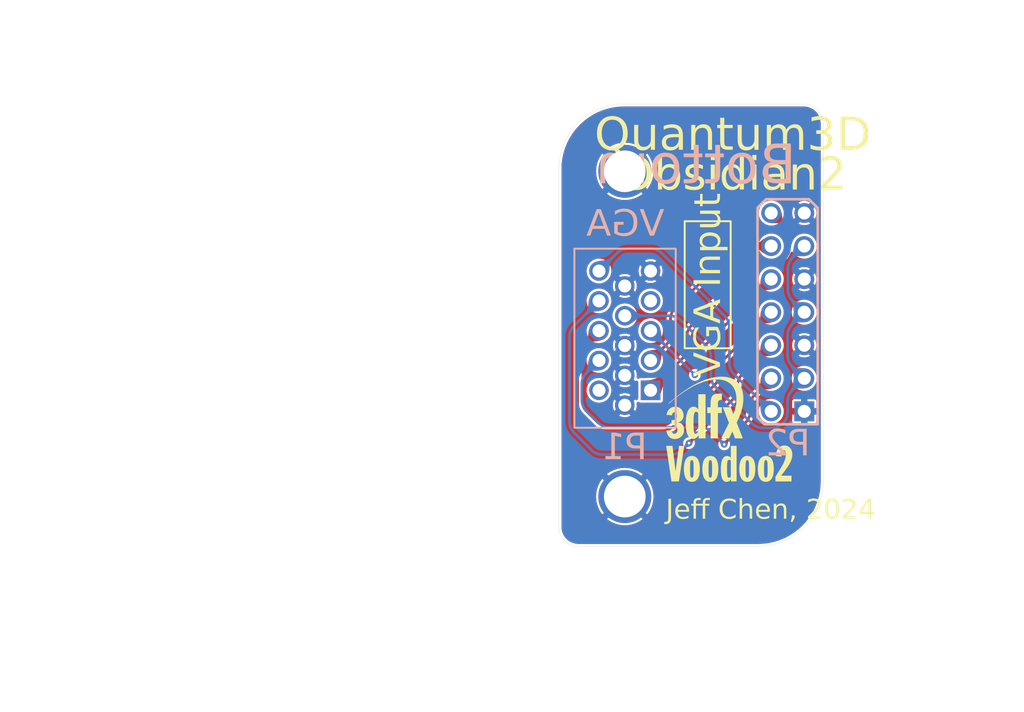
<source format=kicad_pcb>
(kicad_pcb (version 20240108) (generator "pcbnew") (generator_version "8.0")
  (title_block (title "Quantum3D Obsidian2 VGA Input PCB") (date "2024-11-07") (rev "1.0") (company "Jeff Chen"))
  (layers (0 "F.Cu" signal) (31 "B.Cu" signal) (34 "B.Paste" user) (35 "F.Paste" user) (36 "B.SilkS" user "B.Silkscreen") (37 "F.SilkS" user "F.Silkscreen") (38 "B.Mask" user) (39 "F.Mask" user) (44 "Edge.Cuts" user))
  (net 0 "")
  (net 1 "/R")
  (net 2 "/G")
  (net 3 "GND")
  (net 4 "/B")
  (net 5 "/SDA")
  (net 7 "/SCL")
  (net 9 "/VSync")
  (net 10 "/HSync")
  (net 11 "+5V")
  (footprint "Quantum3D Voodoo2:Quantum3D_VGA_IN_Female" (layer "B.Cu") (at 165.92 105.64 180)
    (property "Reference" "P2")
    (property "Value" "Quantum3D VGA Input")
  )
  (footprint "Quantum3D Voodoo2:VGA_male_rightangle_slim" (layer "B.Cu") (at 152.14 112.185 90)
    (property "Reference" "P1")
    (property "Value" "VGA_Male")
  )
  (gr_rect (start 148.27 93.14) (end 156.05 106.9) (stroke (width 0.15)) (fill none) (layer "B.SilkS"))
  (gr_poly (pts (xy 156.035725 110.207387) (xy 156.043663 110.207387) (xy 156.302954 108.289158) (xy 156.705121 108.289158) (xy 156.295017 111.022304) (xy 155.723517 111.022304) (xy 155.316059 108.289158) (xy 155.802892 108.289158)) (stroke (width -0.000001)) (fill solid) (layer "F.SilkS"))
  (gr_poly (pts (xy 159.727851 102.976577) (xy 159.838993 102.986765) (xy 159.950005 103.002581) (xy 160.060218 103.024207) (xy 160.168966 103.051822) (xy 160.275581 103.085605) (xy 160.379395 103.125737) (xy 160.430043 103.14824) (xy 160.479741 103.172397) (xy 160.528405 103.198231) (xy 160.575952 103.225765) (xy 160.622297 103.255021) (xy 160.667359 103.286022) (xy 160.711052 103.318789) (xy 160.753295 103.353346) (xy 160.794003 103.389715) (xy 160.833093 103.427918) (xy 160.870482 103.467978) (xy 160.906086 103.509917) (xy 160.939821 103.553759) (xy 160.971605 103.599524) (xy 161.001354 103.647236) (xy 161.028984 103.696918) (xy 161.063817 103.767408) (xy 161.095336 103.839403) (xy 161.148718 103.987548) (xy 161.189692 104.140629) (xy 161.218823 104.29792) (xy 161.236676 104.458697) (xy 161.243815 104.622235) (xy 161.240803 104.787809) (xy 161.228204 104.954694) (xy 161.206583 105.122165) (xy 161.176504 105.289498) (xy 161.138531 105.455968) (xy 161.093229 105.62085) (xy 161.04116 105.783419) (xy 160.982889 105.94295) (xy 160.918981 106.098719) (xy 160.85 106.25) (xy 160.147144 107.716155) (xy 159.539386 107.716155) (xy 160.049018 106.701446) (xy 160.32054 106.155065) (xy 160.483619 105.818507) (xy 160.530047 105.709219) (xy 160.571979 105.594425) (xy 160.609121 105.474941) (xy 160.641179 105.35158) (xy 160.66786 105.225159) (xy 160.68887 105.096492) (xy 160.703917 104.966393) (xy 160.712705 104.835677) (xy 160.714943 104.70516) (xy 160.710336 104.575656) (xy 160.698592 104.44798) (xy 160.679416 104.322947) (xy 160.652515 104.201372) (xy 160.617596 104.084069) (xy 160.574365 103.971853) (xy 160.522528 103.865539) (xy 160.495459 103.818348) (xy 160.466806 103.773051) (xy 160.436629 103.729625) (xy 160.404985 103.688051) (xy 160.371934 103.648305) (xy 160.337533 103.610368) (xy 160.264916 103.539833) (xy 160.187603 103.476274) (xy 160.106061 103.419519) (xy 160.020758 103.369398) (xy 159.932161 103.32574) (xy 159.840738 103.288373) (xy 159.746956 103.257127) (xy 159.651282 103.231831) (xy 159.554185 103.212314) (xy 159.456131 103.198404) (xy 159.357589 103.189931) (xy 159.259026 103.186723) (xy 159.160908 103.18861) (xy 159.033953 103.196858) (xy 158.907409 103.2101) (xy 158.781322 103.228156) (xy 158.655735 103.250848) (xy 158.406245 103.309431) (xy 158.159297 103.384422) (xy 157.915252 103.474397) (xy 157.674468 103.57793) (xy 157.437305 103.693596) (xy 157.204121 103.819971) (xy 156.975276 103.955628) (xy 156.751129 104.099143) (xy 156.532039 104.249091) (xy 156.318365 104.404046) (xy 156.110466 104.562584) (xy 155.908702 104.723278) (xy 155.525015 105.045437) (xy 155.522391 105.047556) (xy 155.519835 105.049327) (xy 155.517355 105.050763) (xy 155.514958 105.051876) (xy 155.512653 105.05268) (xy 155.510445 105.053188) (xy 155.508342 105.053413) (xy 155.506353 105.053368) (xy 155.504484 105.053065) (xy 155.502742 105.052519) (xy 155.501136 105.051741) (xy 155.499672 105.050746) (xy 155.498358 105.049545) (xy 155.497201 105.048152) (xy 155.496209 105.046581) (xy 155.495389 105.044843) (xy 155.494749 105.042953) (xy 155.494295 105.040923) (xy 155.494036 105.038766) (xy 155.493979 105.036495) (xy 155.49413 105.034123) (xy 155.494498 105.031664) (xy 155.49509 105.02913) (xy 155.495914 105.026534) (xy 155.496976 105.02389) (xy 155.498284 105.021209) (xy 155.499846 105.018507) (xy 155.501669 105.015794) (xy 155.50376 105.013085) (xy 155.506126 105.010393) (xy 155.508776 105.007729) (xy 155.511717 105.005109) (xy 155.929004 104.660214) (xy 156.37359 104.312589) (xy 156.605526 104.142232) (xy 156.843574 103.97657) (xy 157.087495 103.817393) (xy 157.337051 103.666494) (xy 157.592006 103.525666) (xy 157.85212 103.3967) (xy 158.117156 103.281388) (xy 158.386877 103.181523) (xy 158.661044 103.098896) (xy 158.939419 103.035301) (xy 159.221765 102.992528) (xy 159.364353 102.979511) (xy 159.507844 102.972371) (xy 159.617245 102.971839)) (stroke (width -0.000001)) (fill solid) (layer "F.SilkS"))
  (gr_poly (pts (xy 161.579019 109.062523) (xy 161.610572 109.064891) (xy 161.641619 109.068883) (xy 161.672125 109.074536) (xy 161.702053 109.081887) (xy 161.731368 109.090972) (xy 161.760034 109.101828) (xy 161.788015 109.114493) (xy 161.815275 109.129002) (xy 161.841778 109.145393) (xy 161.867488 109.163702) (xy 161.89237 109.183966) (xy 161.916388 109.206223) (xy 161.939505 109.230509) (xy 161.961687 109.25686) (xy 161.982897 109.285314) (xy 162.003099 109.315908) (xy 162.022258 109.348677) (xy 162.040337 109.38366) (xy 162.057301 109.420893) (xy 162.073113 109.460412) (xy 162.087739 109.502255) (xy 162.101142 109.546458) (xy 162.113287 109.593058) (xy 162.124137 109.642092) (xy 162.133656 109.693597) (xy 162.14181 109.747609) (xy 162.148561 109.804166) (xy 162.153875 109.863305) (xy 162.157714 109.925061) (xy 162.160044 109.989472) (xy 162.160829 110.056575) (xy 162.157743 110.188089) (xy 162.14867 110.308983) (xy 162.133883 110.419552) (xy 162.113659 110.520092) (xy 162.088272 110.610895) (xy 162.057998 110.692257) (xy 162.023112 110.764472) (xy 162.004026 110.797242) (xy 161.983889 110.827835) (xy 161.962737 110.856289) (xy 161.940604 110.88264) (xy 161.917525 110.906926) (xy 161.893533 110.929183) (xy 161.868663 110.949447) (xy 161.84295 110.967757) (xy 161.816428 110.984147) (xy 161.789131 110.998657) (xy 161.732351 111.022177) (xy 161.672885 111.038613) (xy 161.611008 111.048258) (xy 161.546995 111.051408) (xy 161.51474 111.050627) (xy 161.482983 111.048258) (xy 161.451761 111.044266) (xy 161.421107 111.038613) (xy 161.391055 111.031262) (xy 161.361641 111.022177) (xy 161.332898 111.011321) (xy 161.304861 110.998657) (xy 161.277564 110.984147) (xy 161.251042 110.967757) (xy 161.225328 110.949447) (xy 161.200459 110.929183) (xy 161.176467 110.906926) (xy 161.153387 110.88264) (xy 161.131254 110.856289) (xy 161.110103 110.827835) (xy 161.089966 110.797242) (xy 161.07088 110.764472) (xy 161.052877 110.729489) (xy 161.035993 110.692257) (xy 161.020263 110.652737) (xy 161.00572 110.610895) (xy 160.992398 110.566692) (xy 160.980333 110.520092) (xy 160.969558 110.471057) (xy 160.960109 110.419552) (xy 160.952018 110.36554) (xy 160.945322 110.308983) (xy 160.940054 110.249845) (xy 160.936248 110.188089) (xy 160.93394 110.123677) (xy 160.933193 110.05922) (xy 161.409412 110.05922) (xy 161.411092 110.256738) (xy 161.416399 110.412026) (xy 161.420539 110.475364) (xy 161.425737 110.529982) (xy 161.432043 110.576492) (xy 161.439509 110.615507) (xy 161.448183 110.647638) (xy 161.458118 110.673498) (xy 161.469362 110.6937) (xy 161.481966 110.708855) (xy 161.495981 110.719577) (xy 161.511458 110.726477) (xy 161.528446 110.730168) (xy 161.546995 110.731262) (xy 161.556469 110.731001) (xy 161.565545 110.730168) (xy 161.574231 110.728685) (xy 161.582533 110.726477) (xy 161.590457 110.723466) (xy 161.59801 110.719577) (xy 161.605197 110.714732) (xy 161.612025 110.708855) (xy 161.618501 110.70187) (xy 161.62463 110.6937) (xy 161.630419 110.684268) (xy 161.635874 110.673498) (xy 161.641002 110.661314) (xy 161.645808 110.647638) (xy 161.6503 110.632395) (xy 161.654483 110.615507) (xy 161.658363 110.596898) (xy 161.661948 110.576492) (xy 161.665243 110.554213) (xy 161.668255 110.529982) (xy 161.670989 110.503725) (xy 161.673453 110.475364) (xy 161.675652 110.444823) (xy 161.677593 110.412026) (xy 161.679282 110.376895) (xy 161.680725 110.339354) (xy 161.681929 110.299328) (xy 161.6829 110.256738) (xy 161.684168 110.163564) (xy 161.684579 110.05922) (xy 161.6829 109.861703) (xy 161.677593 109.706415) (xy 161.673453 109.643077) (xy 161.668255 109.588458) (xy 161.661948 109.541948) (xy 161.654483 109.502934) (xy 161.645808 109.470803) (xy 161.635874 109.444943) (xy 161.62463 109.424741) (xy 161.612025 109.409586) (xy 161.59801 109.398864) (xy 161.582533 109.391964) (xy 161.565545 109.388273) (xy 161.546995 109.387179) (xy 161.537522 109.38744) (xy 161.528446 109.388273) (xy 161.51976 109.389756) (xy 161.511458 109.391964) (xy 161.503534 109.394975) (xy 161.495981 109.398864) (xy 161.488794 109.403709) (xy 161.481966 109.409586) (xy 161.475491 109.416571) (xy 161.469362 109.424741) (xy 161.463573 109.434173) (xy 161.458118 109.444943) (xy 161.45299 109.457127) (xy 161.448183 109.470803) (xy 161.443692 109.486046) (xy 161.439509 109.502934) (xy 161.435628 109.521542) (xy 161.432043 109.541948) (xy 161.428749 109.564228) (xy 161.425737 109.588458) (xy 161.423003 109.614716) (xy 161.420539 109.643077) (xy 161.41834 109.673617) (xy 161.416399 109.706415) (xy 161.41471 109.741546) (xy 161.413267 109.779086) (xy 161.412063 109.819113) (xy 161.411092 109.861703) (xy 161.409824 109.954877) (xy 161.409412 110.05922) (xy 160.933193 110.05922) (xy 160.933163 110.056575) (xy 160.936277 109.925061) (xy 160.945431 109.804166) (xy 160.960335 109.693597) (xy 160.980705 109.593058) (xy 161.006252 109.502255) (xy 161.036691 109.420893) (xy 161.071734 109.348677) (xy 161.090893 109.315908) (xy 161.111095 109.285314) (xy 161.132305 109.25686) (xy 161.154486 109.230509) (xy 161.177604 109.206223) (xy 161.201622 109.183966) (xy 161.226504 109.163702) (xy 161.252214 109.145393) (xy 161.278717 109.129002) (xy 161.305977 109.114493) (xy 161.362623 109.090972) (xy 161.421866 109.074536) (xy 161.483419 109.064891) (xy 161.546995 109.061741)) (stroke (width -0.000001)) (fill solid) (layer "F.SilkS"))
  (gr_rect (start 156.74 91.029999) (end 160.27 100.790001) (stroke (width 0.15)) (fill none) (layer "F.SilkS"))
  (gr_poly (pts (xy 164.425533 108.260969) (xy 164.461354 108.263685) (xy 164.496079 108.268159) (xy 164.529703 108.274347) (xy 164.562221 108.282206) (xy 164.593626 108.291691) (xy 164.623915 108.30276) (xy 164.653081 108.315368) (xy 164.681119 108.329472) (xy 164.708024 108.345029) (xy 164.73379 108.361995) (xy 164.758413 108.380325) (xy 164.781886 108.399978) (xy 164.804205 108.420908) (xy 164.825365 108.443073) (xy 164.845359 108.466429) (xy 164.864182 108.490932) (xy 164.88183 108.516538) (xy 164.898297 108.543205) (xy 164.913577 108.570887) (xy 164.927665 108.599543) (xy 164.940556 108.629128) (xy 164.952245 108.659599) (xy 164.962726 108.690911) (xy 164.971994 108.723022) (xy 164.980044 108.755888) (xy 164.986869 108.789465) (xy 164.992466 108.823709) (xy 164.996828 108.858578) (xy 164.999951 108.894027) (xy 165.001828 108.930012) (xy 165.002455 108.966491) (xy 165.000852 109.022514) (xy 164.996142 109.078448) (xy 164.988474 109.134264) (xy 164.977997 109.189935) (xy 164.964858 109.245434) (xy 164.949208 109.300732) (xy 164.910967 109.410619) (xy 164.864463 109.519374) (xy 164.810885 109.626776) (xy 164.751425 109.732605) (xy 164.68727 109.83664) (xy 164.619612 109.938659) (xy 164.54964 110.038441) (xy 164.407515 110.230414) (xy 164.270412 110.410791) (xy 164.147851 110.577804) (xy 164.938955 110.577804) (xy 164.938955 111.022304) (xy 163.70335 111.022304) (xy 163.70335 110.667762) (xy 163.837957 110.446571) (xy 163.97554 110.22628) (xy 164.109651 110.008035) (xy 164.173389 109.900038) (xy 164.23384 109.792983) (xy 164.290198 109.687014) (xy 164.341657 109.582273) (xy 164.387412 109.478904) (xy 164.426655 109.37705) (xy 164.45858 109.276855) (xy 164.482383 109.178463) (xy 164.497255 109.082016) (xy 164.501091 109.034567) (xy 164.502392 108.987658) (xy 164.501761 108.930416) (xy 164.500683 108.900413) (xy 164.498836 108.870042) (xy 164.496029 108.839718) (xy 164.492067 108.809855) (xy 164.486756 108.780868) (xy 164.479902 108.753171) (xy 164.471312 108.72718) (xy 164.460792 108.703308) (xy 164.454748 108.692297) (xy 164.448149 108.681972) (xy 164.44097 108.672384) (xy 164.433187 108.663585) (xy 164.424776 108.655627) (xy 164.415714 108.648562) (xy 164.405975 108.642441) (xy 164.395535 108.637318) (xy 164.384371 108.633242) (xy 164.372458 108.630267) (xy 164.359771 108.628444) (xy 164.346287 108.627825) (xy 164.336933 108.628185) (xy 164.327727 108.62928) (xy 164.31868 108.631132) (xy 164.309799 108.633762) (xy 164.301095 108.637193) (xy 164.292576 108.641446) (xy 164.284252 108.646543) (xy 164.276132 108.652505) (xy 164.268225 108.659355) (xy 164.260541 108.667115) (xy 164.253088 108.675805) (xy 164.245875 108.685449) (xy 164.238913 108.696067) (xy 164.23221 108.707682) (xy 164.225776 108.720315) (xy 164.219619 108.733989) (xy 164.213749 108.748724) (xy 164.208174 108.764543) (xy 164.202905 108.781468) (xy 164.197951 108.79952) (xy 164.19332 108.818721) (xy 164.189022 108.839093) (xy 164.185066 108.860658) (xy 164.181461 108.883437) (xy 164.178217 108.907453) (xy 164.175342 108.932727) (xy 164.172846 108.95928) (xy 164.170738 108.987136) (xy 164.169028 109.016315) (xy 164.167724 109.04684) (xy 164.166835 109.078731) (xy 164.166372 109.112012) (xy 163.743038 109.072325) (xy 163.74555 108.991259) (xy 163.753089 108.912081) (xy 163.765659 108.835252) (xy 163.783263 108.761232) (xy 163.805906 108.690484) (xy 163.833591 108.623468) (xy 163.849325 108.591504) (xy 163.866322 108.560646) (xy 163.884581 108.530951) (xy 163.904103 108.502478) (xy 163.924889 108.475284) (xy 163.946939 108.449427) (xy 163.970253 108.424963) (xy 163.994832 108.401952) (xy 164.020676 108.38045) (xy 164.047786 108.360516) (xy 164.076163 108.342206) (xy 164.105807 108.325579) (xy 164.136718 108.310693) (xy 164.168897 108.297604) (xy 164.202344 108.28637) (xy 164.23706 108.27705) (xy 164.273045 108.269701) (xy 164.3103 108.26438) (xy 164.348825 108.261145) (xy 164.388621 108.260054)) (stroke (width -0.000001)) (fill solid) (layer "F.SilkS"))
  (gr_poly (pts (xy 157.321873 109.062523) (xy 157.353426 109.064891) (xy 157.384474 109.068883) (xy 157.414979 109.074536) (xy 157.444907 109.081887) (xy 157.474222 109.090972) (xy 157.502888 109.101828) (xy 157.530869 109.114493) (xy 157.558129 109.129002) (xy 157.584632 109.145393) (xy 157.610342 109.163702) (xy 157.635224 109.183966) (xy 157.659242 109.206223) (xy 157.68236 109.230509) (xy 157.704541 109.25686) (xy 157.725751 109.285314) (xy 157.745953 109.315908) (xy 157.765112 109.348677) (xy 157.783191 109.38366) (xy 157.800155 109.420893) (xy 157.815967 109.460412) (xy 157.830593 109.502255) (xy 157.843996 109.546458) (xy 157.856141 109.593058) (xy 157.866991 109.642092) (xy 157.87651 109.693597) (xy 157.884664 109.747609) (xy 157.891415 109.804166) (xy 157.896729 109.863305) (xy 157.900568 109.925061) (xy 157.902899 109.989472) (xy 157.903683 110.056575) (xy 157.900568 110.188089) (xy 157.891415 110.308983) (xy 157.876511 110.419552) (xy 157.856141 110.520092) (xy 157.830594 110.610895) (xy 157.800155 110.692257) (xy 157.765112 110.764472) (xy 157.745953 110.797242) (xy 157.725751 110.827835) (xy 157.704541 110.856289) (xy 157.68236 110.88264) (xy 157.659242 110.906926) (xy 157.635224 110.929183) (xy 157.610342 110.949447) (xy 157.584632 110.967757) (xy 157.558129 110.984147) (xy 157.530869 110.998657) (xy 157.474223 111.022177) (xy 157.414979 111.038613) (xy 157.353426 111.048258) (xy 157.28985 111.051408) (xy 157.257594 111.050627) (xy 157.225838 111.048258) (xy 157.194615 111.044266) (xy 157.163961 111.038613) (xy 157.13391 111.031262) (xy 157.104495 111.022177) (xy 157.075752 111.011321) (xy 157.047715 110.998657) (xy 157.020418 110.984147) (xy 156.993896 110.967757) (xy 156.968183 110.949447) (xy 156.943313 110.929183) (xy 156.919321 110.906926) (xy 156.896242 110.88264) (xy 156.874109 110.856289) (xy 156.852957 110.827835) (xy 156.83282 110.797242) (xy 156.813734 110.764472) (xy 156.795731 110.729489) (xy 156.778848 110.692257) (xy 156.763117 110.652737) (xy 156.748574 110.610895) (xy 156.735252 110.566692) (xy 156.723187 110.520092) (xy 156.712412 110.471057) (xy 156.702963 110.419552) (xy 156.694873 110.36554) (xy 156.688176 110.308983) (xy 156.682908 110.249845) (xy 156.679102 110.188089) (xy 156.676794 110.123677) (xy 156.676047 110.05922) (xy 157.152267 110.05922) (xy 157.153946 110.256738) (xy 157.159254 110.412026) (xy 157.163394 110.475364) (xy 157.168592 110.529982) (xy 157.174898 110.576492) (xy 157.182363 110.615507) (xy 157.191038 110.647638) (xy 157.200972 110.673498) (xy 157.212216 110.6937) (xy 157.224821 110.708855) (xy 157.238836 110.719577) (xy 157.254312 110.726477) (xy 157.2713 110.730168) (xy 157.28985 110.731262) (xy 157.299323 110.731001) (xy 157.3084 110.730168) (xy 157.317086 110.728685) (xy 157.325388 110.726477) (xy 157.333312 110.723466) (xy 157.340864 110.719577) (xy 157.348052 110.714732) (xy 157.35488 110.708855) (xy 157.361355 110.70187) (xy 157.367484 110.6937) (xy 157.373273 110.684268) (xy 157.378728 110.673498) (xy 157.383856 110.661314) (xy 157.388663 110.647638) (xy 157.393154 110.632395) (xy 157.397337 110.615507) (xy 157.401218 110.596898) (xy 157.404802 110.576492) (xy 157.408097 110.554213) (xy 157.411109 110.529982) (xy 157.413843 110.503725) (xy 157.416307 110.475364) (xy 157.418506 110.444823) (xy 157.420447 110.412026) (xy 157.422136 110.376895) (xy 157.423579 110.339354) (xy 157.424783 110.299328) (xy 157.425754 110.256738) (xy 157.427022 110.163564) (xy 157.427433 110.05922) (xy 157.425754 109.861703) (xy 157.420447 109.706415) (xy 157.416307 109.643077) (xy 157.411109 109.588458) (xy 157.404803 109.541948) (xy 157.397337 109.502934) (xy 157.388663 109.470803) (xy 157.378729 109.444943) (xy 157.367484 109.424741) (xy 157.35488 109.409586) (xy 157.340865 109.398864) (xy 157.325388 109.391964) (xy 157.3084 109.388273) (xy 157.28985 109.387179) (xy 157.280377 109.38744) (xy 157.2713 109.388273) (xy 157.262614 109.389756) (xy 157.254312 109.391964) (xy 157.246388 109.394975) (xy 157.238836 109.398864) (xy 157.231649 109.403709) (xy 157.224821 109.409586) (xy 157.218345 109.416571) (xy 157.212216 109.424741) (xy 157.206427 109.434173) (xy 157.200972 109.444943) (xy 157.195844 109.457127) (xy 157.191038 109.470803) (xy 157.186546 109.486046) (xy 157.182363 109.502934) (xy 157.178483 109.521542) (xy 157.174898 109.541948) (xy 157.171603 109.564228) (xy 157.168591 109.588458) (xy 157.165857 109.614716) (xy 157.163394 109.643077) (xy 157.161194 109.673617) (xy 157.159254 109.706415) (xy 157.157565 109.741546) (xy 157.156121 109.779086) (xy 157.154917 109.819113) (xy 157.153946 109.861703) (xy 157.152678 109.954877) (xy 157.152267 110.05922) (xy 156.676047 110.05922) (xy 156.676017 110.056575) (xy 156.679132 109.925061) (xy 156.688285 109.804166) (xy 156.703189 109.693597) (xy 156.723559 109.593058) (xy 156.749107 109.502255) (xy 156.779545 109.420893) (xy 156.814588 109.348677) (xy 156.833747 109.315908) (xy 156.853949 109.285314) (xy 156.875159 109.25686) (xy 156.89734 109.230509) (xy 156.920458 109.206223) (xy 156.944476 109.183966) (xy 156.969358 109.163702) (xy 156.995068 109.145393) (xy 157.021571 109.129002) (xy 157.048831 109.114493) (xy 157.105478 109.090972) (xy 157.164721 109.074536) (xy 157.226274 109.064891) (xy 157.28985 109.061741)) (stroke (width -0.000001)) (fill solid) (layer "F.SilkS"))
  (gr_poly (pts (xy 162.999832 109.062523) (xy 163.031385 109.064891) (xy 163.062432 109.068883) (xy 163.092938 109.074536) (xy 163.122866 109.081887) (xy 163.152181 109.090972) (xy 163.180847 109.101828) (xy 163.208827 109.114493) (xy 163.236087 109.129002) (xy 163.26259 109.145393) (xy 163.288301 109.163702) (xy 163.313183 109.183966) (xy 163.337201 109.206223) (xy 163.360318 109.230509) (xy 163.3825 109.25686) (xy 163.40371 109.285314) (xy 163.423912 109.315908) (xy 163.44307 109.348677) (xy 163.461149 109.38366) (xy 163.478113 109.420893) (xy 163.493926 109.460412) (xy 163.508552 109.502255) (xy 163.521955 109.546458) (xy 163.5341 109.593058) (xy 163.54495 109.642092) (xy 163.554469 109.693597) (xy 163.562623 109.747609) (xy 163.569374 109.804166) (xy 163.574688 109.863305) (xy 163.578527 109.925061) (xy 163.580857 109.989472) (xy 163.581642 110.056575) (xy 163.578527 110.188089) (xy 163.569374 110.308983) (xy 163.554469 110.419552) (xy 163.534099 110.520092) (xy 163.508552 110.610895) (xy 163.478113 110.692257) (xy 163.44307 110.764472) (xy 163.423911 110.797242) (xy 163.403709 110.827835) (xy 163.3825 110.856289) (xy 163.360318 110.88264) (xy 163.3372 110.906926) (xy 163.313183 110.929183) (xy 163.288301 110.949447) (xy 163.26259 110.967757) (xy 163.236087 110.984147) (xy 163.208827 110.998657) (xy 163.152181 111.022177) (xy 163.092938 111.038613) (xy 163.031385 111.048258) (xy 162.967808 111.051408) (xy 162.935553 111.050627) (xy 162.903796 111.048258) (xy 162.872574 111.044266) (xy 162.841919 111.038613) (xy 162.811868 111.031262) (xy 162.782453 111.022177) (xy 162.75371 111.011321) (xy 162.725673 110.998657) (xy 162.698376 110.984147) (xy 162.671854 110.967757) (xy 162.646141 110.949447) (xy 162.621271 110.929183) (xy 162.59728 110.906926) (xy 162.5742 110.88264) (xy 162.552067 110.856289) (xy 162.530915 110.827835) (xy 162.510779 110.797242) (xy 162.491692 110.764472) (xy 162.47369 110.729489) (xy 162.456806 110.692257) (xy 162.441075 110.652737) (xy 162.426532 110.610895) (xy 162.41321 110.566692) (xy 162.401145 110.520092) (xy 162.39037 110.471057) (xy 162.380921 110.419552) (xy 162.372831 110.36554) (xy 162.366134 110.308983) (xy 162.360866 110.249845) (xy 162.357061 110.188089) (xy 162.354752 110.123677) (xy 162.354005 110.05922) (xy 162.830225 110.05922) (xy 162.831905 110.256738) (xy 162.837212 110.412026) (xy 162.841352 110.475364) (xy 162.84655 110.529982) (xy 162.852856 110.576492) (xy 162.860321 110.615507) (xy 162.868996 110.647638) (xy 162.87893 110.673498) (xy 162.890174 110.6937) (xy 162.902779 110.708855) (xy 162.916794 110.719577) (xy 162.93227 110.726477) (xy 162.949258 110.730168) (xy 162.967808 110.731262) (xy 162.977282 110.731001) (xy 162.986358 110.730168) (xy 162.995045 110.728685) (xy 163.003347 110.726477) (xy 163.011271 110.723466) (xy 163.018823 110.719577) (xy 163.02601 110.714732) (xy 163.032839 110.708855) (xy 163.039314 110.70187) (xy 163.045443 110.6937) (xy 163.051232 110.684268) (xy 163.056687 110.673498) (xy 163.061815 110.661314) (xy 163.066621 110.647638) (xy 163.071113 110.632395) (xy 163.075296 110.615507) (xy 163.079177 110.596898) (xy 163.082761 110.576492) (xy 163.086056 110.554213) (xy 163.089068 110.529982) (xy 163.091802 110.503725) (xy 163.094266 110.475364) (xy 163.096465 110.444823) (xy 163.098406 110.412026) (xy 163.100095 110.376895) (xy 163.101538 110.339354) (xy 163.102742 110.299328) (xy 163.103713 110.256738) (xy 163.104981 110.163564) (xy 163.105392 110.05922) (xy 163.103713 109.861703) (xy 163.098405 109.706415) (xy 163.094265 109.643077) (xy 163.089067 109.588458) (xy 163.082761 109.541948) (xy 163.075295 109.502934) (xy 163.066621 109.470803) (xy 163.056687 109.444943) (xy 163.045443 109.424741) (xy 163.032838 109.409586) (xy 163.018823 109.398864) (xy 163.003346 109.391964) (xy 162.986358 109.388273) (xy 162.967808 109.387179) (xy 162.958335 109.38744) (xy 162.949259 109.388273) (xy 162.940572 109.389756) (xy 162.932271 109.391964) (xy 162.924347 109.394975) (xy 162.916794 109.398864) (xy 162.909607 109.403709) (xy 162.902779 109.409586) (xy 162.896303 109.416571) (xy 162.890174 109.424741) (xy 162.884385 109.434173) (xy 162.87893 109.444943) (xy 162.873803 109.457127) (xy 162.868996 109.470803) (xy 162.864504 109.486046) (xy 162.860322 109.502934) (xy 162.856441 109.521542) (xy 162.852856 109.541948) (xy 162.849561 109.564228) (xy 162.84655 109.588458) (xy 162.843815 109.614716) (xy 162.841352 109.643077) (xy 162.839153 109.673617) (xy 162.837212 109.706415) (xy 162.835523 109.741546) (xy 162.83408 109.779086) (xy 162.832876 109.819113) (xy 162.831905 109.861703) (xy 162.830637 109.954877) (xy 162.830225 110.05922) (xy 162.354005 110.05922) (xy 162.353975 110.056575) (xy 162.35709 109.925061) (xy 162.366243 109.804166) (xy 162.381148 109.693597) (xy 162.401517 109.593058) (xy 162.427065 109.502255) (xy 162.457503 109.420893) (xy 162.492547 109.348677) (xy 162.511705 109.315908) (xy 162.531907 109.285314) (xy 162.553117 109.25686) (xy 162.575299 109.230509) (xy 162.598416 109.206223) (xy 162.622434 109.183966) (xy 162.647316 109.163702) (xy 162.673027 109.145393) (xy 162.69953 109.129002) (xy 162.72679 109.114493) (xy 162.783436 109.090972) (xy 162.842679 109.074536) (xy 162.904232 109.064891) (xy 162.967808 109.061741)) (stroke (width -0.000001)) (fill solid) (layer "F.SilkS"))
  (gr_poly (pts (xy 158.74004 109.062523) (xy 158.771593 109.064891) (xy 158.80264 109.068883) (xy 158.833146 109.074536) (xy 158.863074 109.081887) (xy 158.892389 109.090972) (xy 158.921055 109.101828) (xy 158.949036 109.114493) (xy 158.976296 109.129002) (xy 159.002799 109.145393) (xy 159.028509 109.163702) (xy 159.053391 109.183966) (xy 159.077409 109.206223) (xy 159.100526 109.230509) (xy 159.122708 109.25686) (xy 159.143918 109.285314) (xy 159.16412 109.315908) (xy 159.183278 109.348677) (xy 159.201358 109.38366) (xy 159.218322 109.420893) (xy 159.234134 109.460412) (xy 159.24876 109.502255) (xy 159.262163 109.546458) (xy 159.274308 109.593058) (xy 159.285158 109.642092) (xy 159.294677 109.693597) (xy 159.302831 109.747609) (xy 159.309582 109.804166) (xy 159.314896 109.863305) (xy 159.318735 109.925061) (xy 159.321065 109.989472) (xy 159.32185 110.056575) (xy 159.318764 110.188089) (xy 159.309691 110.308983) (xy 159.294904 110.419552) (xy 159.27468 110.520092) (xy 159.249293 110.610895) (xy 159.219019 110.692257) (xy 159.184133 110.764472) (xy 159.165046 110.797242) (xy 159.14491 110.827835) (xy 159.123758 110.856289) (xy 159.101625 110.88264) (xy 159.078546 110.906926) (xy 159.054554 110.929183) (xy 159.029684 110.949447) (xy 159.003971 110.967757) (xy 158.977449 110.984147) (xy 158.950152 110.998657) (xy 158.893372 111.022177) (xy 158.833906 111.038613) (xy 158.772029 111.048258) (xy 158.708017 111.051408) (xy 158.675761 111.050627) (xy 158.644005 111.048258) (xy 158.612782 111.044266) (xy 158.582128 111.038613) (xy 158.552076 111.031262) (xy 158.522662 111.022177) (xy 158.493919 111.011321) (xy 158.465882 110.998657) (xy 158.438585 110.984147) (xy 158.412063 110.967757) (xy 158.386349 110.949447) (xy 158.36148 110.929183) (xy 158.337488 110.906926) (xy 158.314408 110.88264) (xy 158.292275 110.856289) (xy 158.271123 110.827835) (xy 158.250987 110.797242) (xy 158.2319 110.764472) (xy 158.213898 110.729489) (xy 158.197014 110.692257) (xy 158.181284 110.652737) (xy 158.16674 110.610895) (xy 158.153419 110.566692) (xy 158.141354 110.520092) (xy 158.130579 110.471057) (xy 158.121129 110.419552) (xy 158.113039 110.36554) (xy 158.106343 110.308983) (xy 158.101075 110.249845) (xy 158.097269 110.188089) (xy 158.094961 110.123677) (xy 158.094214 110.05922) (xy 158.570433 110.05922) (xy 158.572113 110.256738) (xy 158.57742 110.412026) (xy 158.58156 110.475364) (xy 158.586758 110.529982) (xy 158.593064 110.576492) (xy 158.60053 110.615507) (xy 158.609204 110.647638) (xy 158.619138 110.673498) (xy 158.630383 110.6937) (xy 158.642987 110.708855) (xy 158.657003 110.719577) (xy 158.672479 110.726477) (xy 158.689467 110.730168) (xy 158.708017 110.731262) (xy 158.71749 110.731001) (xy 158.726567 110.730168) (xy 158.735253 110.728685) (xy 158.743555 110.726477) (xy 158.751479 110.723466) (xy 158.759031 110.719577) (xy 158.766218 110.714732) (xy 158.773046 110.708855) (xy 158.779522 110.70187) (xy 158.785651 110.6937) (xy 158.79144 110.684268) (xy 158.796895 110.673498) (xy 158.802023 110.661314) (xy 158.806829 110.647638) (xy 158.811321 110.632395) (xy 158.815504 110.615507) (xy 158.819384 110.596898) (xy 158.822969 110.576492) (xy 158.826264 110.554213) (xy 158.829275 110.529982) (xy 158.83201 110.503725) (xy 158.834473 110.475364) (xy 158.836673 110.444823) (xy 158.838613 110.412026) (xy 158.840302 110.376895) (xy 158.841746 110.339354) (xy 158.84295 110.299328) (xy 158.843921 110.256738) (xy 158.845189 110.163564) (xy 158.8456 110.05922) (xy 158.843921 109.861703) (xy 158.838613 109.706415) (xy 158.834474 109.643077) (xy 158.829276 109.588458) (xy 158.822969 109.541948) (xy 158.815504 109.502934) (xy 158.806829 109.470803) (xy 158.796895 109.444943) (xy 158.785651 109.424741) (xy 158.773046 109.409586) (xy 158.759031 109.398864) (xy 158.743555 109.391964) (xy 158.726567 109.388273) (xy 158.708017 109.387179) (xy 158.698544 109.38744) (xy 158.689467 109.388273) (xy 158.680781 109.389756) (xy 158.672479 109.391964) (xy 158.664555 109.394975) (xy 158.657003 109.398864) (xy 158.649815 109.403709) (xy 158.642987 109.409586) (xy 158.636512 109.416571) (xy 158.630383 109.424741) (xy 158.624594 109.434173) (xy 158.619138 109.444943) (xy 158.614011 109.457127) (xy 158.609204 109.470803) (xy 158.604713 109.486046) (xy 158.60053 109.502934) (xy 158.596649 109.521542) (xy 158.593064 109.541948) (xy 158.58977 109.564228) (xy 158.586758 109.588458) (xy 158.584024 109.614716) (xy 158.58156 109.643077) (xy 158.579361 109.673617) (xy 158.57742 109.706415) (xy 158.575731 109.741546) (xy 158.574288 109.779086) (xy 158.573084 109.819113) (xy 158.572113 109.861703) (xy 158.570845 109.954877) (xy 158.570433 110.05922) (xy 158.094214 110.05922) (xy 158.094183 110.056575) (xy 158.097298 109.925061) (xy 158.106451 109.804166) (xy 158.121356 109.693597) (xy 158.141726 109.593058) (xy 158.167273 109.502255) (xy 158.197712 109.420893) (xy 158.232755 109.348677) (xy 158.251914 109.315908) (xy 158.272116 109.285314) (xy 158.293326 109.25686) (xy 158.315507 109.230509) (xy 158.338625 109.206223) (xy 158.362643 109.183966) (xy 158.387525 109.163702) (xy 158.413235 109.145393) (xy 158.439738 109.129002) (xy 158.466998 109.114493) (xy 158.523644 109.090972) (xy 158.582888 109.074536) (xy 158.644441 109.064891) (xy 158.708017 109.061741)) (stroke (width -0.000001)) (fill solid) (layer "F.SilkS"))
  (gr_poly (pts (xy 156.050478 105.282125) (xy 156.081764 105.284347) (xy 156.112715 105.288032) (xy 156.143287 105.293167) (xy 156.173431 105.299735) (xy 156.203101 105.307724) (xy 156.232249 105.317119) (xy 156.260829 105.327905) (xy 156.288795 105.340068) (xy 156.316098 105.353594) (xy 156.342692 105.368467) (xy 156.36853 105.384674) (xy 156.393565 105.4022) (xy 156.417751 105.42103) (xy 156.441039 105.441151) (xy 156.463385 105.462548) (xy 156.484739 105.485205) (xy 156.505056 105.50911) (xy 156.524288 105.534247) (xy 156.542389 105.560602) (xy 156.559312 105.588161) (xy 156.575009 105.616909) (xy 156.589434 105.646831) (xy 156.60254 105.677914) (xy 156.61428 105.710142) (xy 156.624607 105.743502) (xy 156.633474 105.777979) (xy 156.640834 105.813558) (xy 156.64664 105.850225) (xy 156.650845 105.887965) (xy 156.653403 105.926765) (xy 156.654266 105.96661) (xy 156.653687 105.993593) (xy 156.651972 106.019879) (xy 156.649152 106.045469) (xy 156.645261 106.070362) (xy 156.640329 106.094559) (xy 156.63439 106.11806) (xy 156.627474 106.140864) (xy 156.619615 106.162972) (xy 156.610844 106.184384) (xy 156.601194 106.205101) (xy 156.590696 106.225121) (xy 156.579383 106.244446) (xy 156.567286 106.263075) (xy 156.554439 106.281008) (xy 156.540872 106.298246) (xy 156.526618 106.314789) (xy 156.511709 106.330637) (xy 156.496177 106.345789) (xy 156.480055 106.360247) (xy 156.463374 106.374009) (xy 156.446166 106.387077) (xy 156.428464 106.39945) (xy 156.391705 106.422113) (xy 156.353353 106.441997) (xy 156.313665 106.459105) (xy 156.272898 106.473437) (xy 156.231308 106.484994) (xy 156.231308 106.491766) (xy 156.281178 106.500732) (xy 156.329028 106.512465) (xy 156.374692 106.527102) (xy 156.418005 106.544784) (xy 156.458802 106.565646) (xy 156.478205 106.577314) (xy 156.496918 106.589829) (xy 156.514919 106.603208) (xy 156.532188 106.617469) (xy 156.548704 106.632629) (xy 156.564446 106.648705) (xy 156.579395 106.665715) (xy 156.593528 106.683676) (xy 156.606826 106.702604) (xy 156.619268 106.722518) (xy 156.630834 106.743435) (xy 156.641501 106.765371) (xy 156.651251 106.788345) (xy 156.660063 106.812373) (xy 156.667915 106.837473) (xy 156.674787 106.863661) (xy 156.680658 106.890956) (xy 156.685508 106.919375) (xy 156.689317 106.948934) (xy 156.692062 106.979651) (xy 156.693725 107.011543) (xy 156.694284 107.044628) (xy 156.693202 107.08994) (xy 156.690004 107.133711) (xy 156.684763 107.175948) (xy 156.677553 107.216658) (xy 156.668445 107.255849) (xy 156.657513 107.293525) (xy 156.644829 107.329694) (xy 156.630466 107.364363) (xy 156.614498 107.397539) (xy 156.596997 107.429228) (xy 156.578035 107.459436) (xy 156.557686 107.488171) (xy 156.536022 107.515439) (xy 156.513117 107.541247) (xy 156.489043 107.565601) (xy 156.463872 107.588509) (xy 156.437679 107.609976) (xy 156.410534 107.63001) (xy 156.382513 107.648617) (xy 156.353686 107.665804) (xy 156.324127 107.681578) (xy 156.29391 107.695945) (xy 156.263106 107.708912) (xy 156.231788 107.720486) (xy 156.167904 107.73948) (xy 156.102839 107.752981) (xy 156.037177 107.761042) (xy 155.9715 107.763718) (xy 155.916811 107.761501) (xy 155.862549 107.75475) (xy 155.809047 107.743313) (xy 155.756636 107.727039) (xy 155.705649 107.705777) (xy 155.680793 107.693228) (xy 155.656417 107.679375) (xy 155.632563 107.6642) (xy 155.609273 107.647683) (xy 155.586587 107.629806) (xy 155.564547 107.610549) (xy 155.543196 107.589894) (xy 155.522574 107.567822) (xy 155.502722 107.544314) (xy 155.483683 107.519351) (xy 155.465498 107.492914) (xy 155.448208 107.464984) (xy 155.431854 107.435542) (xy 155.416479 107.40457) (xy 155.402124 107.372048) (xy 155.38883 107.337958) (xy 155.376639 107.302281) (xy 155.365592 107.264997) (xy 155.355731 107.226088) (xy 155.347098 107.185535) (xy 155.339733 107.143319) (xy 155.333678 107.099422) (xy 155.740628 107.088956) (xy 155.742915 107.114049) (xy 155.746032 107.138998) (xy 155.750112 107.163601) (xy 155.755289 107.187654) (xy 155.761697 107.210952) (xy 155.765405 107.222255) (xy 155.769471 107.233292) (xy 155.773912 107.24404) (xy 155.778745 107.254472) (xy 155.783986 107.264562) (xy 155.789652 107.274286) (xy 155.79576 107.283618) (xy 155.802327 107.292532) (xy 155.809369 107.301003) (xy 155.816903 107.309006) (xy 155.824946 107.316514) (xy 155.833515 107.323503) (xy 155.842626 107.329948) (xy 155.852296 107.335822) (xy 155.862542 107.3411) (xy 155.873381 107.345757) (xy 155.88483 107.349768) (xy 155.896904 107.353106) (xy 155.909622 107.355747) (xy 155.922999 107.357665) (xy 155.937052 107.358834) (xy 155.951799 107.35923) (xy 155.965959 107.358856) (xy 155.979626 107.357745) (xy 155.992804 107.355909) (xy 156.005495 107.35336) (xy 156.017703 107.350111) (xy 156.02943 107.346176) (xy 156.040678 107.341566) (xy 156.051451 107.336296) (xy 156.061752 107.330376) (xy 156.071583 107.323821) (xy 156.080947 107.316643) (xy 156.089846 107.308855) (xy 156.098285 107.300469) (xy 156.106264 107.291499) (xy 156.113788 107.281957) (xy 156.120859 107.271855) (xy 156.12748 107.261208) (xy 156.133653 107.250027) (xy 156.144669 107.226115) (xy 156.153928 107.200223) (xy 156.161454 107.172452) (xy 156.167269 107.142905) (xy 156.171394 107.111684) (xy 156.173853 107.078891) (xy 156.174668 107.044628) (xy 156.174241 107.017428) (xy 156.172976 106.991734) (xy 156.170893 106.967503) (xy 156.168017 106.944694) (xy 156.164368 106.923265) (xy 156.159968 106.903172) (xy 156.15484 106.884375) (xy 156.149006 106.866831) (xy 156.142488 106.850498) (xy 156.135308 106.835333) (xy 156.127487 106.821295) (xy 156.119049 106.808342) (xy 156.110015 106.796431) (xy 156.100407 106.785521) (xy 156.090247 106.775569) (xy 156.079558 106.766533) (xy 156.068362 106.75837) (xy 156.05668 106.75104) (xy 156.044534 106.744499) (xy 156.031947 106.738706) (xy 156.018942 106.733619) (xy 156.005539 106.729195) (xy 155.991761 106.725392) (xy 155.97763 106.722168) (xy 155.948397 106.71729) (xy 155.918018 106.714222) (xy 155.886668 106.712629) (xy 155.854525 106.712172) (xy 155.728315 106.712172) (xy 155.728315 106.305222) (xy 155.840365 106.305222) (xy 155.873787 106.304368) (xy 155.90587 106.301708) (xy 155.936501 106.297098) (xy 155.965567 106.290393) (xy 155.979478 106.28621) (xy 155.992955 106.281448) (xy 156.005985 106.276089) (xy 156.018554 106.270117) (xy 156.030646 106.263511) (xy 156.042249 106.256255) (xy 156.053347 106.24833) (xy 156.063928 106.239718) (xy 156.073977 106.230401) (xy 156.083479 106.220361) (xy 156.092421 106.209579) (xy 156.100789 106.198038) (xy 156.108568 106.185719) (xy 156.115745 106.172604) (xy 156.122305 106.158675) (xy 156.128234 106.143915) (xy 156.133519 106.128304) (xy 156.138145 106.111824) (xy 156.142097 106.094459) (xy 156.145363 106.076188) (xy 156.147927 106.056995) (xy 156.149776 106.036861) (xy 156.150896 106.015769) (xy 156.151273 105.993699) (xy 156.151091 105.978863) (xy 156.150546 105.964242) (xy 156.149639 105.949851) (xy 156.148371 105.935707) (xy 156.146741 105.921828) (xy 156.144752 105.90823) (xy 156.142403 105.89493) (xy 156.139696 105.881945) (xy 156.13663 105.869292) (xy 156.133208 105.856988) (xy 156.129429 105.845049) (xy 156.125294 105.833492) (xy 156.120805 105.822335) (xy 156.115961 105.811594) (xy 156.110764 105.801286) (xy 156.105214 105.791428) (xy 156.099312 105.782036) (xy 156.093059 105.773129) (xy 156.086455 105.764721) (xy 156.079501 105.756831) (xy 156.072199 105.749476) (xy 156.064547 105.742671) (xy 156.056549 105.736435) (xy 156.048203 105.730783) (xy 156.039511 105.725733) (xy 156.030474 105.721302) (xy 156.021092 105.717506) (xy 156.011366 105.714362) (xy 156.001297 105.711888) (xy 155.990886 105.7101) (xy 155.980132 105.709014) (xy 155.969038 105.708649) (xy 155.957753 105.708911) (xy 155.946845 105.709695) (xy 155.93631 105.710994) (xy 155.926142 105.712801) (xy 155.916336 105.715112) (xy 155.906887 105.71792) (xy 155.897789 105.721219) (xy 155.889038 105.725003) (xy 155.880628 105.729266) (xy 155.872554 105.734002) (xy 155.864812 105.739204) (xy 155.857395 105.744868) (xy 155.850299 105.750987) (xy 155.843519 105.757554) (xy 155.837049 105.764565) (xy 155.830884 105.772012) (xy 155.825019 105.779891) (xy 155.81945 105.788194) (xy 155.809175 105.80605) (xy 155.800018 105.825534) (xy 155.791939 105.846597) (xy 155.784894 105.869191) (xy 155.778845 105.893268) (xy 155.773749 105.918779) (xy 155.769564 105.945677) (xy 155.34045 105.903812) (xy 155.349552 105.862448) (xy 155.359796 105.822689) (xy 155.371146 105.784516) (xy 155.383567 105.74791) (xy 155.397021 105.712852) (xy 155.411473 105.679323) (xy 155.426887 105.647304) (xy 155.443226 105.616775) (xy 155.460454 105.587718) (xy 155.478535 105.560112) (xy 155.497433 105.53394) (xy 155.517112 105.509181) (xy 155.537536 105.485817) (xy 155.558667 105.463829) (xy 155.580471 105.443197) (xy 155.60291 105.423902) (xy 155.62595 105.405924) (xy 155.649553 105.389246) (xy 155.673683 105.373847) (xy 155.698305 105.359709) (xy 155.723381 105.346811) (xy 155.748876 105.335136) (xy 155.774754 105.324664) (xy 155.800979 105.315376) (xy 155.827514 105.307252) (xy 155.854323 105.300273) (xy 155.908618 105.289675) (xy 155.963576 105.283429) (xy 156.018906 105.281381)) (stroke (width -0.000001)) (fill solid) (layer "F.SilkS"))
  (gr_poly (pts (xy 160.724142 111.019658) (xy 160.298163 111.019658) (xy 160.298163 110.868845) (xy 160.290225 110.868845) (xy 160.257876 110.90567) (xy 160.24174 110.923272) (xy 160.225402 110.9402) (xy 160.208693 110.956353) (xy 160.19144 110.97163) (xy 160.173475 110.98593) (xy 160.154626 110.999153) (xy 160.144817 111.005329) (xy 160.134723 111.011197) (xy 160.124323 111.016746) (xy 160.113595 111.021963) (xy 160.102518 111.026834) (xy 160.091072 111.031348) (xy 160.079234 111.035492) (xy 160.066983 111.039254) (xy 160.054298 111.04262) (xy 160.041157 111.045578) (xy 160.02754 111.048115) (xy 160.013425 111.050219) (xy 159.998791 111.051878) (xy 159.983616 111.053078) (xy 159.967879 111.053808) (xy 159.951558 111.054054) (xy 159.921906 111.05298) (xy 159.893461 111.04977) (xy 159.866206 111.044444) (xy 159.840123 111.037021) (xy 159.815196 111.027521) (xy 159.791405 111.015963) (xy 159.768735 111.002366) (xy 159.747168 110.98675) (xy 159.726686 110.969134) (xy 159.707271 110.949538) (xy 159.688907 110.927981) (xy 159.671576 110.904481) (xy 159.65526 110.87906) (xy 159.639942 110.851735) (xy 159.625604 110.822527) (xy 159.61223 110.791455) (xy 159.599802 110.758538) (xy 159.588302 110.723795) (xy 159.577712 110.687246) (xy 159.568016 110.64891) (xy 159.559196 110.608808) (xy 159.551234 110.566957) (xy 159.544113 110.523377) (xy 159.537816 110.478089) (xy 159.532325 110.431111) (xy 159.527623 110.382462) (xy 159.520515 110.28023) (xy 159.516352 110.17155) (xy 159.514996 110.056575) (xy 159.515077 110.051283) (xy 159.991246 110.051283) (xy 159.992522 110.249901) (xy 159.996992 110.406445) (xy 160.000725 110.47044) (xy 160.005617 110.525719) (xy 160.011788 110.572882) (xy 160.019358 110.61253) (xy 160.028447 110.645264) (xy 160.039176 110.671684) (xy 160.051664 110.692392) (xy 160.066032 110.707987) (xy 160.0824 110.719071) (xy 160.100888 110.726244) (xy 160.121616 110.730108) (xy 160.144704 110.731262) (xy 160.156859 110.730957) (xy 160.168517 110.730058) (xy 160.179679 110.728594) (xy 160.190345 110.726591) (xy 160.200515 110.724076) (xy 160.210189 110.721077) (xy 160.219366 110.71762) (xy 160.228048 110.713733) (xy 160.236234 110.709444) (xy 160.243923 110.704778) (xy 160.251116 110.699763) (xy 160.257814 110.694427) (xy 160.264015 110.688796) (xy 160.26972 110.682898) (xy 160.274929 110.67676) (xy 160.279642 110.670408) (xy 160.279642 109.42422) (xy 160.276996 109.42422) (xy 160.275175 109.42102) (xy 160.273187 109.417869) (xy 160.271037 109.414771) (xy 160.268728 109.41173) (xy 160.266263 109.408749) (xy 160.263648 109.405832) (xy 160.260885 109.402982) (xy 160.257979 109.400201) (xy 160.254933 109.397495) (xy 160.251752 109.394865) (xy 160.248439 109.392316) (xy 160.244998 109.38985) (xy 160.241433 109.387472) (xy 160.237748 109.385185) (xy 160.233946 109.382991) (xy 160.230032 109.380895) (xy 160.22601 109.378899) (xy 160.221883 109.377008) (xy 160.217655 109.375224) (xy 160.21333 109.373552) (xy 160.208913 109.371993) (xy 160.204406 109.370553) (xy 160.199814 109.369233) (xy 160.19514 109.368038) (xy 160.190389 109.366971) (xy 160.185565 109.366035) (xy 160.18067 109.365233) (xy 160.17571 109.36457) (xy 160.170688 109.364049) (xy 160.165607 109.363672) (xy 160.160473 109.363443) (xy 160.155287 109.363366) (xy 160.14341 109.363613) (xy 160.13208 109.364406) (xy 160.121286 109.36583) (xy 160.111016 109.367965) (xy 160.10126 109.370896) (xy 160.092006 109.374703) (xy 160.083244 109.379469) (xy 160.074962 109.385277) (xy 160.067148 109.392209) (xy 160.059793 109.400347) (xy 160.052884 109.409774) (xy 160.04641 109.420572) (xy 160.040361 109.432823) (xy 160.034726 109.446611) (xy 160.029492 109.462016) (xy 160.024649 109.479122) (xy 160.020187 109.49801) (xy 160.016093 109.518764) (xy 160.012356 109.541465) (xy 160.008966 109.566196) (xy 160.005911 109.59304) (xy 160.00318 109.622078) (xy 160.000762 109.653393) (xy 159.998646 109.687068) (xy 159.996821 109.723184) (xy 159.995275 109.761824) (xy 159.993997 109.803071) (xy 159.992977 109.847006) (xy 159.991664 109.943273) (xy 159.991246 110.051283) (xy 159.515077 110.051283) (xy 159.516769 109.940381) (xy 159.522112 109.830981) (xy 159.531059 109.728473) (xy 159.543645 109.632952) (xy 159.559906 109.544516) (xy 159.579876 109.463262) (xy 159.603589 109.389287) (xy 159.631082 109.322687) (xy 159.662388 109.263559) (xy 159.697543 109.212001) (xy 159.716574 109.189091) (xy 159.736581 109.168109) (xy 159.757568 109.149068) (xy 159.779538 109.13198) (xy 159.802497 109.116857) (xy 159.826448 109.103711) (xy 159.851396 109.092554) (xy 159.877346 109.083399) (xy 159.904301 109.076257) (xy 159.932267 109.071141) (xy 159.961247 109.068062) (xy 159.991246 109.067033) (xy 160.015179 109.067793) (xy 160.038349 109.070015) (xy 160.060736 109.073608) (xy 160.08232 109.078484) (xy 160.103083 109.084555) (xy 160.123005 109.091729) (xy 160.142067 109.099919) (xy 160.160248 109.109036) (xy 160.177531 109.118989) (xy 160.193895 109.129691) (xy 160.209321 109.141051) (xy 160.22379 109.152981) (xy 160.237282 109.165392) (xy 160.249778 109.178194) (xy 160.261259 109.191299) (xy 160.271704 109.204616) (xy 160.279642 109.204616) (xy 160.279642 108.289158) (xy 160.724142 108.289158)) (stroke (width -0.000001)) (fill solid) (layer "F.SilkS"))
  (gr_poly (pts (xy 158.341171 107.715081) (xy 157.810473 107.715081) (xy 157.810473 107.481746) (xy 157.803701 107.481746) (xy 157.773285 107.520897) (xy 157.744353 107.556225) (xy 157.716694 107.587913) (xy 157.690095 107.616146) (xy 157.664344 107.641109) (xy 157.639229 107.662986) (xy 157.614538 107.681962) (xy 157.602286 107.69042) (xy 157.59006 107.698221) (xy 157.577834 107.70539) (xy 157.565582 107.711948) (xy 157.553277 107.71792) (xy 157.540892 107.723328) (xy 157.528401 107.728195) (xy 157.515778 107.732544) (xy 157.490029 107.739781) (xy 157.463432 107.745225) (xy 157.435775 107.749059) (xy 157.406846 107.751467) (xy 157.376434 107.752636) (xy 157.339742 107.751759) (xy 157.304449 107.74773) (xy 157.270538 107.74064) (xy 157.237995 107.730578) (xy 157.206804 107.717635) (xy 157.17695 107.701901) (xy 157.148417 107.683467) (xy 157.121191 107.662423) (xy 157.095256 107.63886) (xy 157.070596 107.612867) (xy 157.047197 107.584536) (xy 157.025043 107.553956) (xy 156.98441 107.486413) (xy 156.948573 107.41096) (xy 156.917411 107.328321) (xy 156.8908 107.239218) (xy 156.86862 107.144375) (xy 156.850746 107.044515) (xy 156.837058 106.94036) (xy 156.827432 106.832633) (xy 156.821746 106.722058) (xy 156.819878 106.609358) (xy 156.821681 106.482111) (xy 156.821935 106.476375) (xy 157.418298 106.476375) (xy 157.418898 106.671886) (xy 157.419945 106.761924) (xy 157.421752 106.846549) (xy 157.424517 106.92556) (xy 157.428438 106.998755) (xy 157.433713 107.065934) (xy 157.440539 107.126895) (xy 157.444595 107.154981) (xy 157.449112 107.181438) (xy 157.454117 107.206239) (xy 157.459632 107.22936) (xy 157.465684 107.250776) (xy 157.472296 107.270462) (xy 157.479493 107.288392) (xy 157.4873 107.304542) (xy 157.495741 107.318885) (xy 157.504842 107.331398) (xy 157.514627 107.342055) (xy 157.525121 107.350831) (xy 157.536348 107.3577) (xy 157.548333 107.362637) (xy 157.561101 107.365618) (xy 157.574676 107.366618) (xy 157.582471 107.366387) (xy 157.590237 107.365701) (xy 157.597969 107.364565) (xy 157.605661 107.362987) (xy 157.613305 107.360973) (xy 157.620895 107.35853) (xy 157.628426 107.355665) (xy 157.635891 107.352384) (xy 157.650599 107.344602) (xy 157.664969 107.33524) (xy 157.67895 107.32435) (xy 157.692493 107.311987) (xy 157.705548 107.298204) (xy 157.718065 107.283057) (xy 157.729995 107.266598) (xy 157.741286 107.248883) (xy 157.75189 107.229964) (xy 157.761755 107.209896) (xy 157.770834 107.188733) (xy 157.779075 107.166529) (xy 157.779075 105.791763) (xy 157.772859 105.779112) (xy 157.765932 105.766884) (xy 157.758309 105.755133) (xy 157.750003 105.743913) (xy 157.74103 105.733279) (xy 157.731403 105.723285) (xy 157.721137 105.713984) (xy 157.710246 105.705433) (xy 157.698746 105.697683) (xy 157.68665 105.690791) (xy 157.673973 105.684811) (xy 157.66073 105.679796) (xy 157.646934 105.675801) (xy 157.639834 105.674202) (xy 157.632601 105.67288) (xy 157.625238 105.671839) (xy 157.617745 105.671087) (xy 157.610126 105.670631) (xy 157.60238 105.670478) (xy 157.587199 105.671504) (xy 157.572866 105.674553) (xy 157.559358 105.679577) (xy 157.546652 105.686531) (xy 157.534722 105.695367) (xy 157.523545 105.706041) (xy 157.513097 105.718504) (xy 157.503353 105.732712) (xy 157.485883 105.766173) (xy 157.470943 105.806055) (xy 157.458341 105.851985) (xy 157.447882 105.903593) (xy 157.439375 105.960509) (xy 157.432628 106.022361) (xy 157.427447 106.088779) (xy 157.42364 106.159391) (xy 157.419377 106.311718) (xy 157.418298 106.476375) (xy 156.821935 106.476375) (xy 156.827227 106.356631) (xy 156.836717 106.233806) (xy 156.850356 106.114526) (xy 156.868346 105.999678) (xy 156.879037 105.944195) (xy 156.890891 105.890154) (xy 156.903935 105.837665) (xy 156.918194 105.78684) (xy 156.933692 105.73779) (xy 156.950457 105.690627) (xy 156.968512 105.645461) (xy 156.987884 105.602404) (xy 157.008598 105.561566) (xy 157.030678 105.523059) (xy 157.054151 105.486994) (xy 157.079043 105.453482) (xy 157.105377 105.422634) (xy 157.13318 105.394561) (xy 157.162478 105.369375) (xy 157.193294 105.347187) (xy 157.225656 105.328107) (xy 157.259588 105.312247) (xy 157.295115 105.299718) (xy 157.332264 105.290631) (xy 157.371059 105.285098) (xy 157.411526 105.283229) (xy 157.426337 105.283437) (xy 157.44085 105.284061) (xy 157.455073 105.2851) (xy 157.469015 105.286553) (xy 157.482684 105.28842) (xy 157.496088 105.2907) (xy 157.509237 105.293392) (xy 157.522137 105.296495) (xy 157.534798 105.300009) (xy 157.547228 105.303934) (xy 157.559435 105.308267) (xy 157.571428 105.313009) (xy 157.583214 105.318159) (xy 157.594803 105.323717) (xy 157.606202 105.32968) (xy 157.61742 105.33605) (xy 157.628465 105.342824) (xy 157.639345 105.350003) (xy 157.660647 105.36557) (xy 157.68139 105.382746) (xy 157.701642 105.401525) (xy 157.72147 105.4219) (xy 157.74094 105.443867) (xy 157.76012 105.46742) (xy 157.779075 105.492552) (xy 157.779075 104.320954) (xy 158.341171 104.320954)) (stroke (width -0.000001)) (fill solid) (layer "F.SilkS"))
  (gr_poly (pts (xy 161.2046 107.715696) (xy 160.606795 107.715696) (xy 159.664838 105.322015) (xy 160.26572 105.322015)) (stroke (width -0.000001)) (fill solid) (layer "F.SilkS"))
  (gr_poly (pts (xy 159.593421 104.75684) (xy 159.564149 104.754652) (xy 159.53529 104.754409) (xy 159.52108 104.755036) (xy 159.507049 104.756171) (xy 159.493223 104.757824) (xy 159.479628 104.760001) (xy 159.466289 104.762711) (xy 159.453232 104.76596) (xy 159.440481 104.769757) (xy 159.428063 104.774109) (xy 159.416003 104.779024) (xy 159.404326 104.784509) (xy 159.393057 104.790573) (xy 159.382223 104.797223) (xy 159.371848 104.804466) (xy 159.361958 104.81231) (xy 159.352579 104.820763) (xy 159.343736 104.829833) (xy 159.335453 104.839528) (xy 159.327758 104.849854) (xy 159.320675 104.860819) (xy 159.314229 104.872432) (xy 159.308446 104.8847) (xy 159.303352 104.897631) (xy 159.298972 104.911232) (xy 159.295331 104.925511) (xy 159.292455 104.940475) (xy 159.290369 104.956133) (xy 159.289099 104.972492) (xy 159.28867 104.989559) (xy 159.28867 105.322015) (xy 159.593421 105.322015) (xy 159.593421 105.768983) (xy 159.28867 105.768983) (xy 159.28867 107.715696) (xy 158.726573 107.715696) (xy 158.726573 105.768983) (xy 158.469844 105.768983) (xy 158.469844 105.322015) (xy 158.726573 105.322015) (xy 158.726573 105.054819) (xy 158.728778 104.945434) (xy 158.731539 104.894546) (xy 158.735411 104.846124) (xy 158.740397 104.800116) (xy 158.746501 104.756468) (xy 158.753725 104.715128) (xy 158.762075 104.676043) (xy 158.771552 104.639161) (xy 158.782161 104.604428) (xy 158.793906 104.571791) (xy 158.806789 104.541198) (xy 158.820814 104.512597) (xy 158.835985 104.485933) (xy 158.852305 104.461155) (xy 158.869778 104.43821) (xy 158.888407 104.417044) (xy 158.908196 104.397606) (xy 158.929149 104.379841) (xy 158.951268 104.363699) (xy 158.974557 104.349125) (xy 158.99902 104.336066) (xy 159.024661 104.324471) (xy 159.051482 104.314286) (xy 159.079488 104.305459) (xy 159.108682 104.297936) (xy 159.139067 104.291666) (xy 159.170647 104.286594) (xy 159.203425 104.282668) (xy 159.237406 104.279837) (xy 159.308987 104.277242) (xy 159.593421 104.274779)) (stroke (width -0.000001)) (fill solid) (layer "F.SilkS"))
  (gr_arc (start 148.58 116.02) (mid 147.519321 115.580349) (end 147.080034 114.519534) (stroke (width 0.02)) (layer "Edge.Cuts"))
  (gr_arc (start 167.38 111.02) (mid 165.915505 114.555604) (end 162.379901 116.020099) (stroke (width 0.02)) (layer "Edge.Cuts"))
  (gr_line (start 152.08 82.02) (end 165.88 82.02) (stroke (width 0.02)) (layer "Edge.Cuts"))
  (gr_line (start 147.08 87.02) (end 147.08 114.52) (stroke (width 0.02)) (layer "Edge.Cuts"))
  (gr_line (start 167.38 111.02) (end 167.38 83.52) (stroke (width 0.02)) (layer "Edge.Cuts"))
  (gr_arc (start 165.88 82.020459) (mid 166.940488 82.459647) (end 167.38 83.52) (stroke (width 0.02)) (layer "Edge.Cuts"))
  (gr_line (start 148.58 116.02) (end 162.38 116.02) (stroke (width 0.02)) (layer "Edge.Cuts"))
  (gr_arc (start 147.08 87.02) (mid 148.544495 83.484396) (end 152.080099 82.0199) (stroke (width 0.02)) (layer "Edge.Cuts"))
  (gr_text "Bottom" (at 165.3 88.63 0) (layer "B.SilkS") (effects (font (size 3 3) (thickness 0.152)) (justify left bottom mirror)))
  (gr_text "VGA" (at 152.18 91.31 0) (layer "B.SilkS") (effects (font (size 2 2) (thickness 0.152)) (justify mirror)))
  (gr_text "VGA Input" (at 159.79 95.93 90) (layer "F.SilkS") (effects (font (size 2 2) (thickness 0.152)) (justify bottom)))
  (gr_text "Obsidian2" (at 160.39 89.02 0) (layer "F.SilkS") (effects (font (size 2.5 2.5) (thickness 0.152)) (justify bottom)))
  (gr_text "Quantum3D" (at 160.43 85.97 0) (layer "F.SilkS") (effects (font (size 2.5 2.5) (thickness 0.152)) (justify bottom)))
  (gr_text "Jeff Chen, 2024" (at 155.28 114.14 0) (layer "F.SilkS") (effects (font (size 1.5 1.5) (thickness 0.152)) (justify left bottom)))
  (segment (start 157.261472 99.038528) (end 161.738528 94.561472) (width 0.2) (layer "F.Cu") (net 1))
  (segment (start 164.251472 93.858528) (end 164.288528 93.821472) (width 0.2) (layer "F.Cu") (net 1))
  (segment (start 164.288528 91.308528) (end 163.38 90.4) (width 0.2) (layer "F.Cu") (net 1))
  (segment (start 154.12 104.02) (end 156.558528 101.581472) (width 0.2) (layer "F.Cu") (net 1))
  (segment (start 164.64 92.972944) (end 164.64 92.157056) (width 0.2) (layer "F.Cu") (net 1))
  (segment (start 156.91 100.732944) (end 156.91 99.887056) (width 0.2) (layer "F.Cu") (net 1))
  (segment (start 162.587056 94.21) (end 163.402944 94.21) (width 0.2) (layer "F.Cu") (net 1))
  (arc (start 161.738528 94.561472) (mid 162.127836 94.301345) (end 162.587056 94.21) (width 0.2) (layer "F.Cu") (net 1))
  (arc (start 156.558528 101.581472) (mid 156.818655 101.192164) (end 156.91 100.732944) (width 0.2) (layer "F.Cu") (net 1))
  (arc (start 164.288528 91.308528) (mid 164.548655 91.697836) (end 164.64 92.157056) (width 0.2) (layer "F.Cu") (net 1))
  (arc (start 157.261472 99.038528) (mid 157.001345 99.427836) (end 156.91 99.887056) (width 0.2) (layer "F.Cu") (net 1))
  (arc (start 164.288528 93.821472) (mid 164.548655 93.432164) (end 164.64 92.972944) (width 0.2) (layer "F.Cu") (net 1))
  (arc (start 164.251472 93.858528) (mid 163.862164 94.118655) (end 163.402944 94.21) (width 0.2) (layer "F.Cu") (net 1))
  (segment (start 161.257056 92.94) (end 163.38 92.94) (width 0.2) (layer "F.Cu") (net 2))
  (segment (start 154.12 101.73) (end 155.298528 100.551472) (width 0.2) (layer "F.Cu") (net 2))
  (segment (start 156.001472 97.698528) (end 160.408528 93.291472) (width 0.2) (layer "F.Cu") (net 2))
  (segment (start 155.65 99.702944) (end 155.65 98.547056) (width 0.2) (layer "F.Cu") (net 2))
  (arc (start 155.298528 100.551472) (mid 155.558655 100.162164) (end 155.65 99.702944) (width 0.2) (layer "F.Cu") (net 2))
  (arc (start 155.65 98.547056) (mid 155.741345 98.087836) (end 156.001472 97.698528) (width 0.2) (layer "F.Cu") (net 2))
  (arc (start 160.408528 93.291472) (mid 160.797836 93.031345) (end 161.257056 92.94) (width 0.2) (layer "F.Cu") (net 2))
  (segment (start 163.38 95.49) (end 163.38 95.48) (width 0.2) (layer "F.Cu") (net 4))
  (segment (start 157.52 102.84) (end 157.52 102.83) (width 0.2) (layer "F.Cu") (net 4))
  (segment (start 158.08 101.772944) (end 158.08 101.287056) (width 0.2) (layer "F.Cu") (net 4))
  (segment (start 158.431472 100.438528) (end 163.38 95.49) (width 0.2) (layer "F.Cu") (net 4))
  (segment (start 157.52 102.83) (end 157.728528 102.621472) (width 0.2) (layer "F.Cu") (net 4))
  (via (at 157.52 102.84) (size 0.5) (drill 0.2) (layers "F.Cu" "B.Cu") (net 4))
  (arc (start 158.08 101.772944) (mid 157.988655 102.232164) (end 157.728528 102.621472) (width 0.2) (layer "F.Cu") (net 4))
  (arc (start 158.08 101.287056) (mid 158.171345 100.827836) (end 158.431472 100.438528) (width 0.2) (layer "F.Cu") (net 4))
  (segment (start 154.12 99.44) (end 157.52 102.84) (width 0.2) (layer "B.Cu") (net 4))
  (segment (start 159.77 108.18) (end 159.77 108.14) (width 0.2) (layer "F.Cu") (net 5))
  (segment (start 161.77 105.642944) (end 161.77 105.207056) (width 0.2) (layer "F.Cu") (net 5))
  (segment (start 159.77 108.14) (end 161.418528 106.491472) (width 0.2) (layer "F.Cu") (net 5))
  (segment (start 162.121472 104.358528) (end 163.38 103.1) (width 0.2) (layer "F.Cu") (net 5))
  (via (at 159.77 108.18) (size 0.5) (drill 0.2) (layers "F.Cu" "B.Cu") (net 5))
  (arc (start 161.77 105.207056) (mid 161.861345 104.747836) (end 162.121472 104.358528) (width 0.2) (layer "F.Cu") (net 5))
  (arc (start 161.418528 106.491472) (mid 161.678655 106.102164) (end 161.77 105.642944) (width 0.2) (layer "F.Cu") (net 5))
  (segment (start 157.962944 106.87) (end 150.967056 106.87) (width 0.2) (layer "B.Cu") (net 5))
  (segment (start 159.77 108.18) (end 158.811472 107.221472) (width 0.2) (layer "B.Cu") (net 5))
  (segment (start 148.84 104.742944) (end 148.84 103.547056) (width 0.2) (layer "B.Cu") (net 5))
  (segment (start 149.191472 102.698528) (end 150.16 101.73) (width 0.2) (layer "B.Cu") (net 5))
  (segment (start 150.118528 106.518528) (end 149.191472 105.591472) (width 0.2) (layer "B.Cu") (net 5))
  (arc (start 148.84 103.547056) (mid 148.931345 103.087836) (end 149.191472 102.698528) (width 0.2) (layer "B.Cu") (net 5))
  (arc (start 150.118528 106.518528) (mid 150.507836 106.778655) (end 150.967056 106.87) (width 0.2) (layer "B.Cu") (net 5))
  (arc (start 149.191472 105.591472) (mid 148.931345 105.202164) (end 148.84 104.742944) (width 0.2) (layer "B.Cu") (net 5))
  (arc (start 157.962944 106.87) (mid 158.422164 106.961345) (end 158.811472 107.221472) (width 0.2) (layer "B.Cu") (net 5))
  (segment (start 159.818528 98.328528) (end 154.971472 93.481472) (width 0.2) (layer "B.Cu") (net 7))
  (segment (start 163.38 105.64) (end 160.521472 102.781472) (width 0.2) (layer "B.Cu") (net 7))
  (segment (start 160.17 101.932944) (end 160.17 99.177056) (width 0.2) (layer "B.Cu") (net 7))
  (segment (start 154.122944 93.13) (end 152.387056 93.13) (width 0.2) (layer "B.Cu") (net 7))
  (segment (start 151.538528 93.481472) (end 150.16 94.86) (width 0.2) (layer "B.Cu") (net 7))
  (arc (start 154.971472 93.481472) (mid 154.582164 93.221345) (end 154.122944 93.13) (width 0.2) (layer "B.Cu") (net 7))
  (arc (start 160.17 99.177056) (mid 160.078655 98.717836) (end 159.818528 98.328528) (width 0.2) (layer "B.Cu") (net 7))
  (arc (start 151.538528 93.481472) (mid 151.927836 93.221345) (end 152.387056 93.13) (width 0.2) (layer "B.Cu") (net 7))
  (arc (start 160.521472 102.781472) (mid 160.261345 102.392164) (end 160.17 101.932944) (width 0.2) (layer "B.Cu") (net 7))
  (segment (start 161.151472 102.788528) (end 163.38 100.56) (width 0.2) (layer "F.Cu") (net 9))
  (segment (start 157.07 108.08) (end 160.448528 104.701472) (width 0.2) (layer "F.Cu") (net 9))
  (segment (start 160.8 103.852944) (end 160.8 103.637056) (width 0.2) (layer "F.Cu") (net 9))
  (via (at 157.07 108.08) (size 0.5) (drill 0.2) (layers "F.Cu" "B.Cu") (net 9))
  (arc (start 160.8 103.852944) (mid 160.708655 104.312164) (end 160.448528 104.701472) (width 0.2) (layer "F.Cu") (net 9))
  (arc (start 160.8 103.637056) (mid 160.891345 103.177836) (end 161.151472 102.788528) (width 0.2) (layer "F.Cu") (net 9))
  (segment (start 157.07 108.08) (end 156.541472 108.608528) (width 0.2) (layer "B.Cu") (net 9))
  (segment (start 148.241472 99.068528) (end 150.16 97.15) (width 0.2) (layer "B.Cu") (net 9))
  (segment (start 149.578528 108.608528) (end 148.241472 107.271472) (width 0.2) (layer "B.Cu") (net 9))
  (segment (start 155.692944 108.96) (end 150.427056 108.96) (width 0.2) (layer "B.Cu") (net 9))
  (segment (start 147.89 106.422944) (end 147.89 99.917056) (width 0.2) (layer "B.Cu") (net 9))
  (arc (start 149.578528 108.608528) (mid 149.967836 108.868655) (end 150.427056 108.96) (width 0.2) (layer "B.Cu") (net 9))
  (arc (start 147.89 99.917056) (mid 147.981345 99.457836) (end 148.241472 99.068528) (width 0.2) (layer "B.Cu") (net 9))
  (arc (start 147.89 106.422944) (mid 147.981345 106.882164) (end 148.241472 107.271472) (width 0.2) (layer "B.Cu") (net 9))
  (arc (start 155.692944 108.96) (mid 156.152164 108.868655) (end 156.541472 108.608528) (width 0.2) (layer "B.Cu") (net 9))
  (segment (start 155.022944 107.12) (end 150.617056 107.12) (width 0.2) (layer "F.Cu") (net 10))
  (segment (start 163.38 98.02) (end 159.741472 101.658528) (width 0.2) (layer "F.Cu") (net 10))
  (segment (start 149.768528 106.768528) (end 148.871472 105.871472) (width 0.2) (layer "F.Cu") (net 10))
  (segment (start 159.39 102.507056) (end 159.39 102.752944) (width 0.2) (layer "F.Cu") (net 10))
  (segment (start 159.038528 103.601472) (end 155.871472 106.768528) (width 0.2) (layer "F.Cu") (net 10))
  (segment (start 148.871472 100.728528) (end 150.16 99.44) (width 0.2) (layer "F.Cu") (net 10))
  (segment (start 148.52 105.022944) (end 148.52 101.577056) (width 0.2) (layer "F.Cu") (net 10))
  (arc (start 148.52 101.577056) (mid 148.611345 101.117836) (end 148.871472 100.728528) (width 0.2) (layer "F.Cu") (net 10))
  (arc (start 148.52 105.022944) (mid 148.611345 105.482164) (end 148.871472 105.871472) (width 0.2) (layer "F.Cu") (net 10))
  (arc (start 159.038528 103.601472) (mid 159.298655 103.212164) (end 159.39 102.752944) (width 0.2) (layer "F.Cu") (net 10))
  (arc (start 149.768528 106.768528) (mid 150.157836 107.028655) (end 150.617056 107.12) (width 0.2) (layer "F.Cu") (net 10))
  (arc (start 155.871472 106.768528) (mid 155.482164 107.028655) (end 155.022944 107.12) (width 0.2) (layer "F.Cu") (net 10))
  (arc (start 159.39 102.507056) (mid 159.481345 102.047836) (end 159.741472 101.658528) (width 0.2) (layer "F.Cu") (net 10))
  (segment (start 162.737056 106.91) (end 163.422944 106.91) (width 0.2) (layer "B.Cu") (net 11))
  (segment (start 158.75 101.457056) (end 158.75 102.922944) (width 0.2) (layer "B.Cu") (net 11))
  (segment (start 156.436472 98.646472) (end 158.398528 100.608528) (width 0.2) (layer "B.Cu") (net 11))
  (segment (start 164.991472 102.171472) (end 165.92 103.1) (width 0.2) (layer "B.Cu") (net 11))
  (segment (start 165.011472 97.111472) (end 165.92 98.02) (width 0.2) (layer "B.Cu") (net 11))
  (segment (start 165.92 92.94) (end 165.011472 93.848528) (width 0.2) (layer "B.Cu") (net 11))
  (segment (start 152.14 98.295) (end 155.587944 98.295) (width 0.2) (layer "B.Cu") (net 11))
  (segment (start 159.101472 103.771472) (end 161.888528 106.558528) (width 0.2) (layer "B.Cu") (net 11))
  (segment (start 164.64 99.797056) (end 164.64 101.322944) (width 0.2) (layer "B.Cu") (net 11))
  (segment (start 164.64 105.692944) (end 164.64 104.877056) (width 0.2) (layer "B.Cu") (net 11))
  (segment (start 164.991472 104.028528) (end 165.92 103.1) (width 0.2) (layer "B.Cu") (net 11))
  (segment (start 164.271472 106.558528) (end 164.288528 106.541472) (width 0.2) (layer "B.Cu") (net 11))
  (segment (start 164.66 94.697056) (end 164.66 96.262944) (width 0.2) (layer "B.Cu") (net 11))
  (segment (start 165.92 98.02) (end 164.991472 98.948528) (width 0.2) (layer "B.Cu") (net 11))
  (arc (start 162.737056 106.91) (mid 162.277836 106.818655) (end 161.888528 106.558528) (width 0.2) (layer "B.Cu") (net 11))
  (arc (start 164.64 101.322944) (mid 164.731345 101.782164) (end 164.991472 102.171472) (width 0.2) (layer "B.Cu") (net 11))
  (arc (start 163.422944 106.91) (mid 163.882164 106.818655) (end 164.271472 106.558528) (width 0.2) (layer "B.Cu") (net 11))
  (arc (start 159.101472 103.771472) (mid 158.841345 103.382164) (end 158.75 102.922944) (width 0.2) (layer "B.Cu") (net 11))
  (arc (start 158.75 101.457056) (mid 158.658655 100.997836) (end 158.398528 100.608528) (width 0.2) (layer "B.Cu") (net 11))
  (arc (start 164.66 96.262944) (mid 164.751345 96.722164) (end 165.011472 97.111472) (width 0.2) (layer "B.Cu") (net 11))
  (arc (start 164.288528 106.541472) (mid 164.548655 106.152164) (end 164.64 105.692944) (width 0.2) (layer "B.Cu") (net 11))
  (arc (start 164.991472 104.028528) (mid 164.731345 104.417836) (end 164.64 104.877056) (width 0.2) (layer "B.Cu") (net 11))
  (arc (start 165.011472 93.848528) (mid 164.751345 94.237836) (end 164.66 94.697056) (width 0.2) (layer "B.Cu") (net 11))
  (arc (start 164.991472 98.948528) (mid 164.731345 99.337836) (end 164.64 99.797056) (width 0.2) (layer "B.Cu") (net 11))
  (arc (start 156.436472 98.646472) (mid 156.047164 98.386345) (end 155.587944 98.295) (width 0.2) (layer "B.Cu") (net 11))
  (zone (net 3) (net_name "GND") (layers "F&B.Cu") (connect_pads (clearance 0.17)) (min_thickness 0.25) (fill yes (thermal_gap 0.17) (thermal_bridge_width 0.5))
    (polygon (pts (xy 146.61 81.2) (xy 168.46 81.2) (xy 168.46 116.38) (xy 167.93 116.91) (xy 147.44 116.91) (xy 145.93 115.4) (xy 145.93 81.88)))
  )
)
</source>
